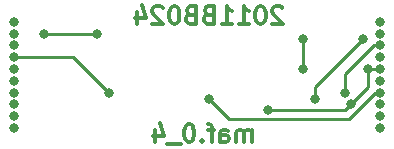
<source format=gbr>
G04 #@! TF.GenerationSoftware,KiCad,Pcbnew,(5.0.0)*
G04 #@! TF.CreationDate,2019-03-20T16:36:05+03:00*
G04 #@! TF.ProjectId,Rs485_adapter,52733438355F616461707465722E6B69,rev?*
G04 #@! TF.SameCoordinates,Original*
G04 #@! TF.FileFunction,Copper,L2,Bot,Signal*
G04 #@! TF.FilePolarity,Positive*
%FSLAX46Y46*%
G04 Gerber Fmt 4.6, Leading zero omitted, Abs format (unit mm)*
G04 Created by KiCad (PCBNEW (5.0.0)) date 03/20/19 16:36:05*
%MOMM*%
%LPD*%
G01*
G04 APERTURE LIST*
G04 #@! TA.AperFunction,NonConductor*
%ADD10C,0.300000*%
G04 #@! TD*
G04 #@! TA.AperFunction,ComponentPad*
%ADD11C,0.800000*%
G04 #@! TD*
G04 #@! TA.AperFunction,ViaPad*
%ADD12C,0.800000*%
G04 #@! TD*
G04 #@! TA.AperFunction,Conductor*
%ADD13C,0.250000*%
G04 #@! TD*
G04 APERTURE END LIST*
D10*
X154607142Y-96678571D02*
X154607142Y-95678571D01*
X154607142Y-95821428D02*
X154535714Y-95750000D01*
X154392857Y-95678571D01*
X154178571Y-95678571D01*
X154035714Y-95750000D01*
X153964285Y-95892857D01*
X153964285Y-96678571D01*
X153964285Y-95892857D02*
X153892857Y-95750000D01*
X153750000Y-95678571D01*
X153535714Y-95678571D01*
X153392857Y-95750000D01*
X153321428Y-95892857D01*
X153321428Y-96678571D01*
X151964285Y-96678571D02*
X151964285Y-95892857D01*
X152035714Y-95750000D01*
X152178571Y-95678571D01*
X152464285Y-95678571D01*
X152607142Y-95750000D01*
X151964285Y-96607142D02*
X152107142Y-96678571D01*
X152464285Y-96678571D01*
X152607142Y-96607142D01*
X152678571Y-96464285D01*
X152678571Y-96321428D01*
X152607142Y-96178571D01*
X152464285Y-96107142D01*
X152107142Y-96107142D01*
X151964285Y-96035714D01*
X151464285Y-95678571D02*
X150892857Y-95678571D01*
X151250000Y-96678571D02*
X151250000Y-95392857D01*
X151178571Y-95250000D01*
X151035714Y-95178571D01*
X150892857Y-95178571D01*
X150392857Y-96535714D02*
X150321428Y-96607142D01*
X150392857Y-96678571D01*
X150464285Y-96607142D01*
X150392857Y-96535714D01*
X150392857Y-96678571D01*
X149392857Y-95178571D02*
X149250000Y-95178571D01*
X149107142Y-95250000D01*
X149035714Y-95321428D01*
X148964285Y-95464285D01*
X148892857Y-95750000D01*
X148892857Y-96107142D01*
X148964285Y-96392857D01*
X149035714Y-96535714D01*
X149107142Y-96607142D01*
X149250000Y-96678571D01*
X149392857Y-96678571D01*
X149535714Y-96607142D01*
X149607142Y-96535714D01*
X149678571Y-96392857D01*
X149750000Y-96107142D01*
X149750000Y-95750000D01*
X149678571Y-95464285D01*
X149607142Y-95321428D01*
X149535714Y-95250000D01*
X149392857Y-95178571D01*
X148607142Y-96821428D02*
X147464285Y-96821428D01*
X146464285Y-95678571D02*
X146464285Y-96678571D01*
X146821428Y-95107142D02*
X147178571Y-96178571D01*
X146250000Y-96178571D01*
X157214285Y-85321428D02*
X157142857Y-85250000D01*
X157000000Y-85178571D01*
X156642857Y-85178571D01*
X156500000Y-85250000D01*
X156428571Y-85321428D01*
X156357142Y-85464285D01*
X156357142Y-85607142D01*
X156428571Y-85821428D01*
X157285714Y-86678571D01*
X156357142Y-86678571D01*
X155428571Y-85178571D02*
X155285714Y-85178571D01*
X155142857Y-85250000D01*
X155071428Y-85321428D01*
X155000000Y-85464285D01*
X154928571Y-85750000D01*
X154928571Y-86107142D01*
X155000000Y-86392857D01*
X155071428Y-86535714D01*
X155142857Y-86607142D01*
X155285714Y-86678571D01*
X155428571Y-86678571D01*
X155571428Y-86607142D01*
X155642857Y-86535714D01*
X155714285Y-86392857D01*
X155785714Y-86107142D01*
X155785714Y-85750000D01*
X155714285Y-85464285D01*
X155642857Y-85321428D01*
X155571428Y-85250000D01*
X155428571Y-85178571D01*
X153500000Y-86678571D02*
X154357142Y-86678571D01*
X153928571Y-86678571D02*
X153928571Y-85178571D01*
X154071428Y-85392857D01*
X154214285Y-85535714D01*
X154357142Y-85607142D01*
X152071428Y-86678571D02*
X152928571Y-86678571D01*
X152500000Y-86678571D02*
X152500000Y-85178571D01*
X152642857Y-85392857D01*
X152785714Y-85535714D01*
X152928571Y-85607142D01*
X150928571Y-85892857D02*
X150714285Y-85964285D01*
X150642857Y-86035714D01*
X150571428Y-86178571D01*
X150571428Y-86392857D01*
X150642857Y-86535714D01*
X150714285Y-86607142D01*
X150857142Y-86678571D01*
X151428571Y-86678571D01*
X151428571Y-85178571D01*
X150928571Y-85178571D01*
X150785714Y-85250000D01*
X150714285Y-85321428D01*
X150642857Y-85464285D01*
X150642857Y-85607142D01*
X150714285Y-85750000D01*
X150785714Y-85821428D01*
X150928571Y-85892857D01*
X151428571Y-85892857D01*
X149428571Y-85892857D02*
X149214285Y-85964285D01*
X149142857Y-86035714D01*
X149071428Y-86178571D01*
X149071428Y-86392857D01*
X149142857Y-86535714D01*
X149214285Y-86607142D01*
X149357142Y-86678571D01*
X149928571Y-86678571D01*
X149928571Y-85178571D01*
X149428571Y-85178571D01*
X149285714Y-85250000D01*
X149214285Y-85321428D01*
X149142857Y-85464285D01*
X149142857Y-85607142D01*
X149214285Y-85750000D01*
X149285714Y-85821428D01*
X149428571Y-85892857D01*
X149928571Y-85892857D01*
X148142857Y-85178571D02*
X148000000Y-85178571D01*
X147857142Y-85250000D01*
X147785714Y-85321428D01*
X147714285Y-85464285D01*
X147642857Y-85750000D01*
X147642857Y-86107142D01*
X147714285Y-86392857D01*
X147785714Y-86535714D01*
X147857142Y-86607142D01*
X148000000Y-86678571D01*
X148142857Y-86678571D01*
X148285714Y-86607142D01*
X148357142Y-86535714D01*
X148428571Y-86392857D01*
X148500000Y-86107142D01*
X148500000Y-85750000D01*
X148428571Y-85464285D01*
X148357142Y-85321428D01*
X148285714Y-85250000D01*
X148142857Y-85178571D01*
X147071428Y-85321428D02*
X147000000Y-85250000D01*
X146857142Y-85178571D01*
X146500000Y-85178571D01*
X146357142Y-85250000D01*
X146285714Y-85321428D01*
X146214285Y-85464285D01*
X146214285Y-85607142D01*
X146285714Y-85821428D01*
X147142857Y-86678571D01*
X146214285Y-86678571D01*
X144928571Y-85678571D02*
X144928571Y-86678571D01*
X145285714Y-85107142D02*
X145642857Y-86178571D01*
X144714285Y-86178571D01*
D11*
G04 #@! TO.P,A1,1A*
G04 #@! TO.N,Net-(A1-Pad1A)*
X134500000Y-86500000D03*
G04 #@! TO.P,A1,1B*
G04 #@! TO.N,Net-(A1-Pad1B)*
X165500000Y-95500000D03*
G04 #@! TO.P,A1,2A*
G04 #@! TO.N,Net-(A1-Pad2A)*
X134500000Y-87500000D03*
G04 #@! TO.P,A1,3A*
G04 #@! TO.N,Net-(A1-Pad3A)*
X134500000Y-88500000D03*
G04 #@! TO.P,A1,4A*
G04 #@! TO.N,Net-(A1-Pad4A)*
X134500000Y-89500000D03*
G04 #@! TO.P,A1,5A*
G04 #@! TO.N,Net-(A1-Pad5A)*
X134500000Y-90500000D03*
G04 #@! TO.P,A1,6A*
G04 #@! TO.N,Net-(A1-Pad6A)*
X134500000Y-91500000D03*
G04 #@! TO.P,A1,7A*
G04 #@! TO.N,Net-(A1-Pad1B)*
X134500000Y-92500000D03*
G04 #@! TO.P,A1,8A*
X134500000Y-93500000D03*
G04 #@! TO.P,A1,9A*
G04 #@! TO.N,Net-(A1-Pad9A)*
X134500000Y-94500000D03*
G04 #@! TO.P,A1,10A*
G04 #@! TO.N,Net-(A1-Pad10A)*
X134500000Y-95500000D03*
G04 #@! TO.P,A1,2B*
G04 #@! TO.N,Net-(A1-Pad1B)*
X165500000Y-94500000D03*
G04 #@! TO.P,A1,3B*
G04 #@! TO.N,Net-(A1-Pad3B)*
X165500000Y-93500000D03*
G04 #@! TO.P,A1,4B*
G04 #@! TO.N,Net-(A1-Pad4B)*
X165500000Y-92500000D03*
G04 #@! TO.P,A1,5B*
G04 #@! TO.N,Net-(A1-Pad5B)*
X165500000Y-91500000D03*
G04 #@! TO.P,A1,6B*
G04 #@! TO.N,Net-(A1-Pad6B)*
X165500000Y-90500000D03*
G04 #@! TO.P,A1,7B*
G04 #@! TO.N,Net-(A1-Pad4B)*
X165500000Y-89500000D03*
G04 #@! TO.P,A1,8B*
G04 #@! TO.N,Net-(A1-Pad3B)*
X165500000Y-88500000D03*
G04 #@! TO.P,A1,9B*
G04 #@! TO.N,Net-(A1-Pad9B)*
X165500000Y-87500000D03*
G04 #@! TO.P,A1,10B*
G04 #@! TO.N,Net-(A1-Pad10B)*
X165500000Y-86500000D03*
G04 #@! TD*
D12*
G04 #@! TO.N,Net-(A1-Pad1B)*
X141500000Y-87500000D03*
X137000000Y-87500000D03*
X164000000Y-88000000D03*
X160000000Y-93000000D03*
G04 #@! TO.N,Net-(A1-Pad4A)*
X142500000Y-92500000D03*
G04 #@! TO.N,Net-(A1-Pad3B)*
X162500000Y-92500000D03*
G04 #@! TO.N,Net-(A1-Pad4B)*
X151000000Y-93000000D03*
G04 #@! TO.N,Net-(A1-Pad6B)*
X164500000Y-90500000D03*
X163000000Y-93500000D03*
X156000000Y-94000000D03*
G04 #@! TO.N,Net-(HL3-Pad1)*
X159000000Y-90500000D03*
X159000000Y-88000000D03*
G04 #@! TD*
D13*
G04 #@! TO.N,Net-(A1-Pad1B)*
X141500000Y-87500000D02*
X137000000Y-87500000D01*
X160000000Y-92000000D02*
X160000000Y-93000000D01*
X164000000Y-88000000D02*
X160000000Y-92000000D01*
G04 #@! TO.N,Net-(A1-Pad4A)*
X134500000Y-89500000D02*
X139500000Y-89500000D01*
X139500000Y-89500000D02*
X142500000Y-92500000D01*
G04 #@! TO.N,Net-(A1-Pad3B)*
X162500000Y-90934315D02*
X162500000Y-92500000D01*
X165500000Y-88500000D02*
X164934315Y-88500000D01*
X164934315Y-88500000D02*
X162500000Y-90934315D01*
G04 #@! TO.N,Net-(A1-Pad4B)*
X152725001Y-94725001D02*
X151000000Y-93000000D01*
X162848001Y-94725001D02*
X152725001Y-94725001D01*
X165500000Y-92500000D02*
X165073002Y-92500000D01*
X165073002Y-92500000D02*
X162848001Y-94725001D01*
G04 #@! TO.N,Net-(A1-Pad6B)*
X164500000Y-90500000D02*
X165500000Y-90500000D01*
X164500000Y-90500000D02*
X164500000Y-92000000D01*
X164500000Y-92000000D02*
X163000000Y-93500000D01*
X163000000Y-93500000D02*
X162500000Y-94000000D01*
X162500000Y-94000000D02*
X156000000Y-94000000D01*
G04 #@! TO.N,Net-(HL3-Pad1)*
X159000000Y-90500000D02*
X159000000Y-88000000D01*
G04 #@! TD*
M02*

</source>
